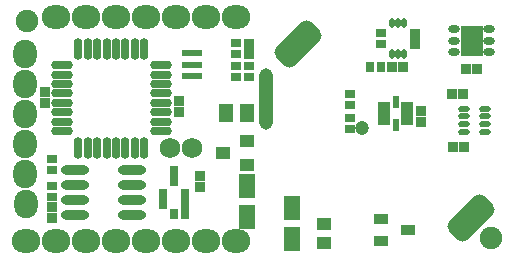
<source format=gts>
%FSTAX25Y25*%
%MOIN*%
%SFA1B1*%

%IPPOS*%
%AMD72*
4,1,8,0.011000,0.072400,-0.072400,-0.011000,-0.072400,-0.044500,-0.044500,-0.072400,-0.011000,-0.072400,0.072400,0.011000,0.072400,0.044500,0.044500,0.072400,0.011000,0.072400,0.0*
1,1,0.047380,0.027800,0.055600*
1,1,0.047380,-0.055600,-0.027800*
1,1,0.047380,-0.027800,-0.055600*
1,1,0.047380,0.055600,0.027800*
%
%ADD49R,0.049340X0.033590*%
%ADD50R,0.047370X0.043430*%
%ADD51C,0.047370*%
%ADD52O,0.019810X0.031620*%
%ADD53R,0.072960X0.102490*%
%ADD54O,0.039500X0.023750*%
%ADD55C,0.068000*%
%ADD56O,0.072960X0.029650*%
%ADD57O,0.029650X0.072960*%
%ADD58O,0.094610X0.031620*%
%ADD59R,0.049340X0.063120*%
%ADD60R,0.057210X0.078870*%
%ADD61R,0.070990X0.019810*%
%ADD62R,0.031620X0.067060*%
%ADD63R,0.039500X0.019810*%
%ADD64R,0.019810X0.039500*%
%ADD65O,0.039500X0.021780*%
%ADD66R,0.032410X0.032410*%
%ADD67R,0.032410X0.032410*%
%ADD68R,0.032410X0.030840*%
%ADD69R,0.030840X0.032410*%
%ADD70C,0.074930*%
%ADD71O,0.047370X0.204850*%
G04~CAMADD=72~8~0.0~0.0~1654.8~867.4~236.9~0.0~15~0.0~0.0~0.0~0.0~0~0.0~0.0~0.0~0.0~0~0.0~0.0~0.0~45.0~1586.0~1585.0*
%ADD72D72*%
%ADD73O,0.094610X0.078870*%
%ADD74O,0.078870X0.094610*%
%LNpcb2-1*%
%LPD*%
G54D49*
X0232087Y0100197D03*
X0223031Y0096457D03*
Y0103937D03*
G54D50*
X0204134Y0102264D03*
Y0095965D03*
X0178445Y0129724D03*
Y012185D03*
X0170571Y0125787D03*
G54D51*
X0216798Y0134153D03*
G54D52*
X0226772Y015876D03*
X022874D03*
X0230709D03*
Y0168996D03*
X022874D03*
X0226772D03*
G54D53*
X0253445Y0163287D03*
G54D54*
X0259252Y0167028D03*
Y0163287D03*
Y0159547D03*
X0247638D03*
Y0163287D03*
Y0167028D03*
G54D55*
X0152854Y0127461D03*
X0160335Y0127362D03*
G54D56*
X0149803Y0133071D03*
Y0136221D03*
Y013937D03*
Y014252D03*
Y0145669D03*
Y0148819D03*
Y0151969D03*
Y0155118D03*
X0116732D03*
Y0151969D03*
Y0148819D03*
Y0145669D03*
Y014252D03*
Y013937D03*
Y0136221D03*
Y0133071D03*
G54D57*
X0144291Y016063D03*
X0141142D03*
X0137992D03*
X0134843D03*
X0131693D03*
X0128543D03*
X0125394D03*
X0122244D03*
Y0127559D03*
X0125394D03*
X0128543D03*
X0131693D03*
X0134843D03*
X0137992D03*
X0141142D03*
X0144291D03*
G54D58*
X0140157Y0105098D03*
Y0110098D03*
Y0115098D03*
Y0120098D03*
X012126Y0105098D03*
Y0110098D03*
Y0115098D03*
Y0120098D03*
G54D59*
X0178642Y0139075D03*
X0171555D03*
G54D60*
X0178445Y0104429D03*
Y0114665D03*
X0193504Y0107382D03*
Y0097146D03*
G54D61*
X0160236Y0151575D03*
Y0155315D03*
Y0159055D03*
G54D62*
X0154232Y011811D03*
X0157972Y011063D03*
X0150492D03*
G54D63*
X0224213Y0141929D03*
Y0139961D03*
Y0137992D03*
Y0136024D03*
X0231693D03*
Y0137992D03*
Y0139961D03*
Y0141929D03*
G54D64*
X022815Y0142717D03*
Y0135236D03*
G54D65*
X0257874Y014065D03*
Y0138091D03*
Y0135531D03*
Y0132972D03*
X0250689Y0132973D03*
Y0135531D03*
Y0138091D03*
Y014065D03*
G54D66*
X0251476Y0153839D03*
X025502D03*
X0230413Y0154527D03*
X022687D03*
X0250492Y0145472D03*
X0246949D03*
X0250689Y0127756D03*
X0247146D03*
G54D67*
X0179331Y0162303D03*
Y015876D03*
X0162992Y0114469D03*
Y0118012D03*
X0234646Y0162106D03*
Y016565D03*
X0236417Y0139665D03*
Y0136122D03*
X0111221Y0142618D03*
Y0146161D03*
X0155905Y0139469D03*
Y0143012D03*
X0113484Y0107677D03*
Y0104134D03*
G54D68*
X0113484Y0111142D03*
Y0114843D03*
X0179331Y0154902D03*
Y0151201D03*
X0174901Y0162382D03*
Y0158681D03*
X0174803Y0154902D03*
Y0151201D03*
X0113681Y0123799D03*
Y0120098D03*
X0223031Y0165925D03*
Y0162224D03*
X0212992Y0141752D03*
Y0145453D03*
Y0133878D03*
Y0137579D03*
G54D69*
X0157953Y0105413D03*
X0154252D03*
X022311Y0154527D03*
X0219409D03*
G54D70*
X0259744Y0097638D03*
X0105118Y016998D03*
G54D71*
X0184941Y0143799D03*
G54D72*
X0253051Y0104232D03*
X0195571Y0162205D03*
G54D73*
X0115Y0171D03*
X0175Y00965D03*
X0165D03*
X0155D03*
X0145D03*
X0135D03*
X0125D03*
X0115D03*
X0105D03*
X0175Y0171D03*
X0165D03*
X0155D03*
X0145D03*
X0135D03*
X0125D03*
G54D74*
X0104606Y0158756D03*
Y0148756D03*
Y0138756D03*
Y0128756D03*
Y0118756D03*
X0104803Y0108756D03*
M02*
</source>
